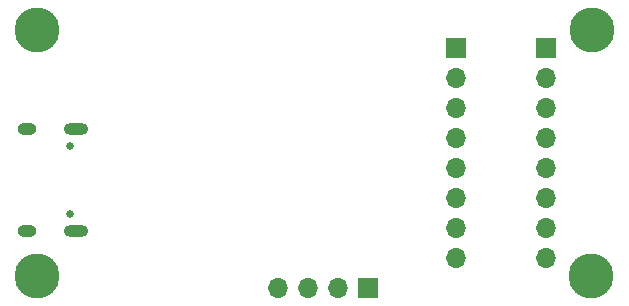
<source format=gbs>
G04 #@! TF.GenerationSoftware,KiCad,Pcbnew,7.0.6-71-g49772d2539*
G04 #@! TF.CreationDate,2023-08-07T20:45:02-04:00*
G04 #@! TF.ProjectId,Free_PDK,46726565-5f50-4444-9b2e-6b696361645f,rev?*
G04 #@! TF.SameCoordinates,Original*
G04 #@! TF.FileFunction,Soldermask,Bot*
G04 #@! TF.FilePolarity,Negative*
%FSLAX46Y46*%
G04 Gerber Fmt 4.6, Leading zero omitted, Abs format (unit mm)*
G04 Created by KiCad (PCBNEW 7.0.6-71-g49772d2539) date 2023-08-07 20:45:02*
%MOMM*%
%LPD*%
G01*
G04 APERTURE LIST*
%ADD10C,3.800000*%
%ADD11R,1.700000X1.700000*%
%ADD12O,1.700000X1.700000*%
%ADD13O,2.100000X1.000000*%
%ADD14O,1.600000X1.000000*%
%ADD15C,0.650000*%
G04 APERTURE END LIST*
D10*
X122224800Y-84302600D03*
X75311000Y-84328000D03*
D11*
X110726750Y-85840600D03*
D12*
X110726750Y-88380600D03*
X110726750Y-90920600D03*
X110726750Y-93460600D03*
X110726750Y-96000600D03*
X110726750Y-98540600D03*
X110726750Y-101080600D03*
X110726750Y-103620600D03*
D11*
X103284550Y-106172000D03*
D12*
X100744550Y-106172000D03*
X98204550Y-106172000D03*
X95664550Y-106172000D03*
D13*
X78576600Y-92710000D03*
D14*
X74396600Y-92710000D03*
D15*
X78046600Y-94140000D03*
X78046600Y-99920000D03*
D13*
X78576600Y-101350000D03*
D14*
X74396600Y-101350000D03*
D10*
X122199400Y-105156000D03*
X75311000Y-105156000D03*
D11*
X118346750Y-85852000D03*
D12*
X118346750Y-88392000D03*
X118346750Y-90932000D03*
X118346750Y-93472000D03*
X118346750Y-96012000D03*
X118346750Y-98552000D03*
X118346750Y-101092000D03*
X118346750Y-103632000D03*
M02*

</source>
